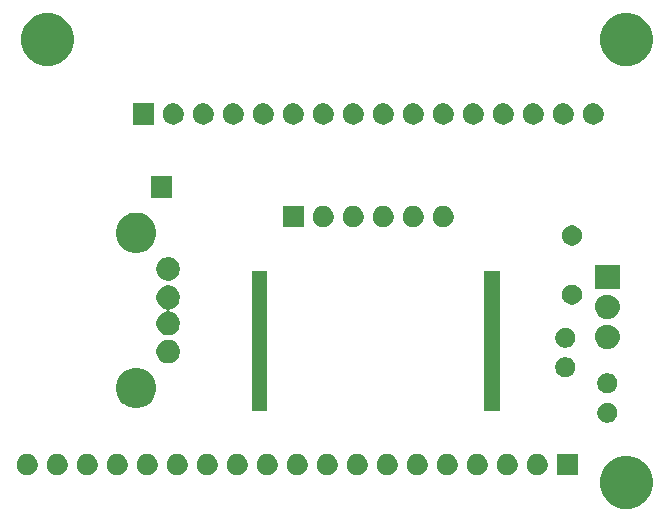
<source format=gbr>
G04 #@! TF.GenerationSoftware,KiCad,Pcbnew,(5.1.5)-3*
G04 #@! TF.CreationDate,2020-02-07T13:22:38-05:00*
G04 #@! TF.ProjectId,Flash Memory BoB,466c6173-6820-44d6-956d-6f727920426f,rev?*
G04 #@! TF.SameCoordinates,Original*
G04 #@! TF.FileFunction,Soldermask,Top*
G04 #@! TF.FilePolarity,Negative*
%FSLAX46Y46*%
G04 Gerber Fmt 4.6, Leading zero omitted, Abs format (unit mm)*
G04 Created by KiCad (PCBNEW (5.1.5)-3) date 2020-02-07 13:22:38*
%MOMM*%
%LPD*%
G04 APERTURE LIST*
%ADD10C,0.100000*%
G04 APERTURE END LIST*
D10*
G36*
X132275880Y-73759776D02*
G01*
X132656593Y-73835504D01*
X133066249Y-74005189D01*
X133434929Y-74251534D01*
X133748466Y-74565071D01*
X133994811Y-74933751D01*
X134164496Y-75343407D01*
X134251000Y-75778296D01*
X134251000Y-76221704D01*
X134164496Y-76656593D01*
X133994811Y-77066249D01*
X133748466Y-77434929D01*
X133434929Y-77748466D01*
X133066249Y-77994811D01*
X132656593Y-78164496D01*
X132275880Y-78240224D01*
X132221705Y-78251000D01*
X131778295Y-78251000D01*
X131724120Y-78240224D01*
X131343407Y-78164496D01*
X130933751Y-77994811D01*
X130565071Y-77748466D01*
X130251534Y-77434929D01*
X130005189Y-77066249D01*
X129835504Y-76656593D01*
X129749000Y-76221704D01*
X129749000Y-75778296D01*
X129835504Y-75343407D01*
X130005189Y-74933751D01*
X130251534Y-74565071D01*
X130565071Y-74251534D01*
X130933751Y-74005189D01*
X131343407Y-73835504D01*
X131724120Y-73759776D01*
X131778295Y-73749000D01*
X132221705Y-73749000D01*
X132275880Y-73759776D01*
G37*
G36*
X91553512Y-73603927D02*
G01*
X91702812Y-73633624D01*
X91866784Y-73701544D01*
X92014354Y-73800147D01*
X92139853Y-73925646D01*
X92238456Y-74073216D01*
X92306376Y-74237188D01*
X92341000Y-74411259D01*
X92341000Y-74588741D01*
X92306376Y-74762812D01*
X92238456Y-74926784D01*
X92139853Y-75074354D01*
X92014354Y-75199853D01*
X91866784Y-75298456D01*
X91702812Y-75366376D01*
X91553512Y-75396073D01*
X91528742Y-75401000D01*
X91351258Y-75401000D01*
X91326488Y-75396073D01*
X91177188Y-75366376D01*
X91013216Y-75298456D01*
X90865646Y-75199853D01*
X90740147Y-75074354D01*
X90641544Y-74926784D01*
X90573624Y-74762812D01*
X90539000Y-74588741D01*
X90539000Y-74411259D01*
X90573624Y-74237188D01*
X90641544Y-74073216D01*
X90740147Y-73925646D01*
X90865646Y-73800147D01*
X91013216Y-73701544D01*
X91177188Y-73633624D01*
X91326488Y-73603927D01*
X91351258Y-73599000D01*
X91528742Y-73599000D01*
X91553512Y-73603927D01*
G37*
G36*
X81393512Y-73603927D02*
G01*
X81542812Y-73633624D01*
X81706784Y-73701544D01*
X81854354Y-73800147D01*
X81979853Y-73925646D01*
X82078456Y-74073216D01*
X82146376Y-74237188D01*
X82181000Y-74411259D01*
X82181000Y-74588741D01*
X82146376Y-74762812D01*
X82078456Y-74926784D01*
X81979853Y-75074354D01*
X81854354Y-75199853D01*
X81706784Y-75298456D01*
X81542812Y-75366376D01*
X81393512Y-75396073D01*
X81368742Y-75401000D01*
X81191258Y-75401000D01*
X81166488Y-75396073D01*
X81017188Y-75366376D01*
X80853216Y-75298456D01*
X80705646Y-75199853D01*
X80580147Y-75074354D01*
X80481544Y-74926784D01*
X80413624Y-74762812D01*
X80379000Y-74588741D01*
X80379000Y-74411259D01*
X80413624Y-74237188D01*
X80481544Y-74073216D01*
X80580147Y-73925646D01*
X80705646Y-73800147D01*
X80853216Y-73701544D01*
X81017188Y-73633624D01*
X81166488Y-73603927D01*
X81191258Y-73599000D01*
X81368742Y-73599000D01*
X81393512Y-73603927D01*
G37*
G36*
X83933512Y-73603927D02*
G01*
X84082812Y-73633624D01*
X84246784Y-73701544D01*
X84394354Y-73800147D01*
X84519853Y-73925646D01*
X84618456Y-74073216D01*
X84686376Y-74237188D01*
X84721000Y-74411259D01*
X84721000Y-74588741D01*
X84686376Y-74762812D01*
X84618456Y-74926784D01*
X84519853Y-75074354D01*
X84394354Y-75199853D01*
X84246784Y-75298456D01*
X84082812Y-75366376D01*
X83933512Y-75396073D01*
X83908742Y-75401000D01*
X83731258Y-75401000D01*
X83706488Y-75396073D01*
X83557188Y-75366376D01*
X83393216Y-75298456D01*
X83245646Y-75199853D01*
X83120147Y-75074354D01*
X83021544Y-74926784D01*
X82953624Y-74762812D01*
X82919000Y-74588741D01*
X82919000Y-74411259D01*
X82953624Y-74237188D01*
X83021544Y-74073216D01*
X83120147Y-73925646D01*
X83245646Y-73800147D01*
X83393216Y-73701544D01*
X83557188Y-73633624D01*
X83706488Y-73603927D01*
X83731258Y-73599000D01*
X83908742Y-73599000D01*
X83933512Y-73603927D01*
G37*
G36*
X86473512Y-73603927D02*
G01*
X86622812Y-73633624D01*
X86786784Y-73701544D01*
X86934354Y-73800147D01*
X87059853Y-73925646D01*
X87158456Y-74073216D01*
X87226376Y-74237188D01*
X87261000Y-74411259D01*
X87261000Y-74588741D01*
X87226376Y-74762812D01*
X87158456Y-74926784D01*
X87059853Y-75074354D01*
X86934354Y-75199853D01*
X86786784Y-75298456D01*
X86622812Y-75366376D01*
X86473512Y-75396073D01*
X86448742Y-75401000D01*
X86271258Y-75401000D01*
X86246488Y-75396073D01*
X86097188Y-75366376D01*
X85933216Y-75298456D01*
X85785646Y-75199853D01*
X85660147Y-75074354D01*
X85561544Y-74926784D01*
X85493624Y-74762812D01*
X85459000Y-74588741D01*
X85459000Y-74411259D01*
X85493624Y-74237188D01*
X85561544Y-74073216D01*
X85660147Y-73925646D01*
X85785646Y-73800147D01*
X85933216Y-73701544D01*
X86097188Y-73633624D01*
X86246488Y-73603927D01*
X86271258Y-73599000D01*
X86448742Y-73599000D01*
X86473512Y-73603927D01*
G37*
G36*
X89013512Y-73603927D02*
G01*
X89162812Y-73633624D01*
X89326784Y-73701544D01*
X89474354Y-73800147D01*
X89599853Y-73925646D01*
X89698456Y-74073216D01*
X89766376Y-74237188D01*
X89801000Y-74411259D01*
X89801000Y-74588741D01*
X89766376Y-74762812D01*
X89698456Y-74926784D01*
X89599853Y-75074354D01*
X89474354Y-75199853D01*
X89326784Y-75298456D01*
X89162812Y-75366376D01*
X89013512Y-75396073D01*
X88988742Y-75401000D01*
X88811258Y-75401000D01*
X88786488Y-75396073D01*
X88637188Y-75366376D01*
X88473216Y-75298456D01*
X88325646Y-75199853D01*
X88200147Y-75074354D01*
X88101544Y-74926784D01*
X88033624Y-74762812D01*
X87999000Y-74588741D01*
X87999000Y-74411259D01*
X88033624Y-74237188D01*
X88101544Y-74073216D01*
X88200147Y-73925646D01*
X88325646Y-73800147D01*
X88473216Y-73701544D01*
X88637188Y-73633624D01*
X88786488Y-73603927D01*
X88811258Y-73599000D01*
X88988742Y-73599000D01*
X89013512Y-73603927D01*
G37*
G36*
X94093512Y-73603927D02*
G01*
X94242812Y-73633624D01*
X94406784Y-73701544D01*
X94554354Y-73800147D01*
X94679853Y-73925646D01*
X94778456Y-74073216D01*
X94846376Y-74237188D01*
X94881000Y-74411259D01*
X94881000Y-74588741D01*
X94846376Y-74762812D01*
X94778456Y-74926784D01*
X94679853Y-75074354D01*
X94554354Y-75199853D01*
X94406784Y-75298456D01*
X94242812Y-75366376D01*
X94093512Y-75396073D01*
X94068742Y-75401000D01*
X93891258Y-75401000D01*
X93866488Y-75396073D01*
X93717188Y-75366376D01*
X93553216Y-75298456D01*
X93405646Y-75199853D01*
X93280147Y-75074354D01*
X93181544Y-74926784D01*
X93113624Y-74762812D01*
X93079000Y-74588741D01*
X93079000Y-74411259D01*
X93113624Y-74237188D01*
X93181544Y-74073216D01*
X93280147Y-73925646D01*
X93405646Y-73800147D01*
X93553216Y-73701544D01*
X93717188Y-73633624D01*
X93866488Y-73603927D01*
X93891258Y-73599000D01*
X94068742Y-73599000D01*
X94093512Y-73603927D01*
G37*
G36*
X96633512Y-73603927D02*
G01*
X96782812Y-73633624D01*
X96946784Y-73701544D01*
X97094354Y-73800147D01*
X97219853Y-73925646D01*
X97318456Y-74073216D01*
X97386376Y-74237188D01*
X97421000Y-74411259D01*
X97421000Y-74588741D01*
X97386376Y-74762812D01*
X97318456Y-74926784D01*
X97219853Y-75074354D01*
X97094354Y-75199853D01*
X96946784Y-75298456D01*
X96782812Y-75366376D01*
X96633512Y-75396073D01*
X96608742Y-75401000D01*
X96431258Y-75401000D01*
X96406488Y-75396073D01*
X96257188Y-75366376D01*
X96093216Y-75298456D01*
X95945646Y-75199853D01*
X95820147Y-75074354D01*
X95721544Y-74926784D01*
X95653624Y-74762812D01*
X95619000Y-74588741D01*
X95619000Y-74411259D01*
X95653624Y-74237188D01*
X95721544Y-74073216D01*
X95820147Y-73925646D01*
X95945646Y-73800147D01*
X96093216Y-73701544D01*
X96257188Y-73633624D01*
X96406488Y-73603927D01*
X96431258Y-73599000D01*
X96608742Y-73599000D01*
X96633512Y-73603927D01*
G37*
G36*
X99173512Y-73603927D02*
G01*
X99322812Y-73633624D01*
X99486784Y-73701544D01*
X99634354Y-73800147D01*
X99759853Y-73925646D01*
X99858456Y-74073216D01*
X99926376Y-74237188D01*
X99961000Y-74411259D01*
X99961000Y-74588741D01*
X99926376Y-74762812D01*
X99858456Y-74926784D01*
X99759853Y-75074354D01*
X99634354Y-75199853D01*
X99486784Y-75298456D01*
X99322812Y-75366376D01*
X99173512Y-75396073D01*
X99148742Y-75401000D01*
X98971258Y-75401000D01*
X98946488Y-75396073D01*
X98797188Y-75366376D01*
X98633216Y-75298456D01*
X98485646Y-75199853D01*
X98360147Y-75074354D01*
X98261544Y-74926784D01*
X98193624Y-74762812D01*
X98159000Y-74588741D01*
X98159000Y-74411259D01*
X98193624Y-74237188D01*
X98261544Y-74073216D01*
X98360147Y-73925646D01*
X98485646Y-73800147D01*
X98633216Y-73701544D01*
X98797188Y-73633624D01*
X98946488Y-73603927D01*
X98971258Y-73599000D01*
X99148742Y-73599000D01*
X99173512Y-73603927D01*
G37*
G36*
X101713512Y-73603927D02*
G01*
X101862812Y-73633624D01*
X102026784Y-73701544D01*
X102174354Y-73800147D01*
X102299853Y-73925646D01*
X102398456Y-74073216D01*
X102466376Y-74237188D01*
X102501000Y-74411259D01*
X102501000Y-74588741D01*
X102466376Y-74762812D01*
X102398456Y-74926784D01*
X102299853Y-75074354D01*
X102174354Y-75199853D01*
X102026784Y-75298456D01*
X101862812Y-75366376D01*
X101713512Y-75396073D01*
X101688742Y-75401000D01*
X101511258Y-75401000D01*
X101486488Y-75396073D01*
X101337188Y-75366376D01*
X101173216Y-75298456D01*
X101025646Y-75199853D01*
X100900147Y-75074354D01*
X100801544Y-74926784D01*
X100733624Y-74762812D01*
X100699000Y-74588741D01*
X100699000Y-74411259D01*
X100733624Y-74237188D01*
X100801544Y-74073216D01*
X100900147Y-73925646D01*
X101025646Y-73800147D01*
X101173216Y-73701544D01*
X101337188Y-73633624D01*
X101486488Y-73603927D01*
X101511258Y-73599000D01*
X101688742Y-73599000D01*
X101713512Y-73603927D01*
G37*
G36*
X109333512Y-73603927D02*
G01*
X109482812Y-73633624D01*
X109646784Y-73701544D01*
X109794354Y-73800147D01*
X109919853Y-73925646D01*
X110018456Y-74073216D01*
X110086376Y-74237188D01*
X110121000Y-74411259D01*
X110121000Y-74588741D01*
X110086376Y-74762812D01*
X110018456Y-74926784D01*
X109919853Y-75074354D01*
X109794354Y-75199853D01*
X109646784Y-75298456D01*
X109482812Y-75366376D01*
X109333512Y-75396073D01*
X109308742Y-75401000D01*
X109131258Y-75401000D01*
X109106488Y-75396073D01*
X108957188Y-75366376D01*
X108793216Y-75298456D01*
X108645646Y-75199853D01*
X108520147Y-75074354D01*
X108421544Y-74926784D01*
X108353624Y-74762812D01*
X108319000Y-74588741D01*
X108319000Y-74411259D01*
X108353624Y-74237188D01*
X108421544Y-74073216D01*
X108520147Y-73925646D01*
X108645646Y-73800147D01*
X108793216Y-73701544D01*
X108957188Y-73633624D01*
X109106488Y-73603927D01*
X109131258Y-73599000D01*
X109308742Y-73599000D01*
X109333512Y-73603927D01*
G37*
G36*
X104253512Y-73603927D02*
G01*
X104402812Y-73633624D01*
X104566784Y-73701544D01*
X104714354Y-73800147D01*
X104839853Y-73925646D01*
X104938456Y-74073216D01*
X105006376Y-74237188D01*
X105041000Y-74411259D01*
X105041000Y-74588741D01*
X105006376Y-74762812D01*
X104938456Y-74926784D01*
X104839853Y-75074354D01*
X104714354Y-75199853D01*
X104566784Y-75298456D01*
X104402812Y-75366376D01*
X104253512Y-75396073D01*
X104228742Y-75401000D01*
X104051258Y-75401000D01*
X104026488Y-75396073D01*
X103877188Y-75366376D01*
X103713216Y-75298456D01*
X103565646Y-75199853D01*
X103440147Y-75074354D01*
X103341544Y-74926784D01*
X103273624Y-74762812D01*
X103239000Y-74588741D01*
X103239000Y-74411259D01*
X103273624Y-74237188D01*
X103341544Y-74073216D01*
X103440147Y-73925646D01*
X103565646Y-73800147D01*
X103713216Y-73701544D01*
X103877188Y-73633624D01*
X104026488Y-73603927D01*
X104051258Y-73599000D01*
X104228742Y-73599000D01*
X104253512Y-73603927D01*
G37*
G36*
X127901000Y-75401000D02*
G01*
X126099000Y-75401000D01*
X126099000Y-73599000D01*
X127901000Y-73599000D01*
X127901000Y-75401000D01*
G37*
G36*
X124573512Y-73603927D02*
G01*
X124722812Y-73633624D01*
X124886784Y-73701544D01*
X125034354Y-73800147D01*
X125159853Y-73925646D01*
X125258456Y-74073216D01*
X125326376Y-74237188D01*
X125361000Y-74411259D01*
X125361000Y-74588741D01*
X125326376Y-74762812D01*
X125258456Y-74926784D01*
X125159853Y-75074354D01*
X125034354Y-75199853D01*
X124886784Y-75298456D01*
X124722812Y-75366376D01*
X124573512Y-75396073D01*
X124548742Y-75401000D01*
X124371258Y-75401000D01*
X124346488Y-75396073D01*
X124197188Y-75366376D01*
X124033216Y-75298456D01*
X123885646Y-75199853D01*
X123760147Y-75074354D01*
X123661544Y-74926784D01*
X123593624Y-74762812D01*
X123559000Y-74588741D01*
X123559000Y-74411259D01*
X123593624Y-74237188D01*
X123661544Y-74073216D01*
X123760147Y-73925646D01*
X123885646Y-73800147D01*
X124033216Y-73701544D01*
X124197188Y-73633624D01*
X124346488Y-73603927D01*
X124371258Y-73599000D01*
X124548742Y-73599000D01*
X124573512Y-73603927D01*
G37*
G36*
X122033512Y-73603927D02*
G01*
X122182812Y-73633624D01*
X122346784Y-73701544D01*
X122494354Y-73800147D01*
X122619853Y-73925646D01*
X122718456Y-74073216D01*
X122786376Y-74237188D01*
X122821000Y-74411259D01*
X122821000Y-74588741D01*
X122786376Y-74762812D01*
X122718456Y-74926784D01*
X122619853Y-75074354D01*
X122494354Y-75199853D01*
X122346784Y-75298456D01*
X122182812Y-75366376D01*
X122033512Y-75396073D01*
X122008742Y-75401000D01*
X121831258Y-75401000D01*
X121806488Y-75396073D01*
X121657188Y-75366376D01*
X121493216Y-75298456D01*
X121345646Y-75199853D01*
X121220147Y-75074354D01*
X121121544Y-74926784D01*
X121053624Y-74762812D01*
X121019000Y-74588741D01*
X121019000Y-74411259D01*
X121053624Y-74237188D01*
X121121544Y-74073216D01*
X121220147Y-73925646D01*
X121345646Y-73800147D01*
X121493216Y-73701544D01*
X121657188Y-73633624D01*
X121806488Y-73603927D01*
X121831258Y-73599000D01*
X122008742Y-73599000D01*
X122033512Y-73603927D01*
G37*
G36*
X119493512Y-73603927D02*
G01*
X119642812Y-73633624D01*
X119806784Y-73701544D01*
X119954354Y-73800147D01*
X120079853Y-73925646D01*
X120178456Y-74073216D01*
X120246376Y-74237188D01*
X120281000Y-74411259D01*
X120281000Y-74588741D01*
X120246376Y-74762812D01*
X120178456Y-74926784D01*
X120079853Y-75074354D01*
X119954354Y-75199853D01*
X119806784Y-75298456D01*
X119642812Y-75366376D01*
X119493512Y-75396073D01*
X119468742Y-75401000D01*
X119291258Y-75401000D01*
X119266488Y-75396073D01*
X119117188Y-75366376D01*
X118953216Y-75298456D01*
X118805646Y-75199853D01*
X118680147Y-75074354D01*
X118581544Y-74926784D01*
X118513624Y-74762812D01*
X118479000Y-74588741D01*
X118479000Y-74411259D01*
X118513624Y-74237188D01*
X118581544Y-74073216D01*
X118680147Y-73925646D01*
X118805646Y-73800147D01*
X118953216Y-73701544D01*
X119117188Y-73633624D01*
X119266488Y-73603927D01*
X119291258Y-73599000D01*
X119468742Y-73599000D01*
X119493512Y-73603927D01*
G37*
G36*
X116953512Y-73603927D02*
G01*
X117102812Y-73633624D01*
X117266784Y-73701544D01*
X117414354Y-73800147D01*
X117539853Y-73925646D01*
X117638456Y-74073216D01*
X117706376Y-74237188D01*
X117741000Y-74411259D01*
X117741000Y-74588741D01*
X117706376Y-74762812D01*
X117638456Y-74926784D01*
X117539853Y-75074354D01*
X117414354Y-75199853D01*
X117266784Y-75298456D01*
X117102812Y-75366376D01*
X116953512Y-75396073D01*
X116928742Y-75401000D01*
X116751258Y-75401000D01*
X116726488Y-75396073D01*
X116577188Y-75366376D01*
X116413216Y-75298456D01*
X116265646Y-75199853D01*
X116140147Y-75074354D01*
X116041544Y-74926784D01*
X115973624Y-74762812D01*
X115939000Y-74588741D01*
X115939000Y-74411259D01*
X115973624Y-74237188D01*
X116041544Y-74073216D01*
X116140147Y-73925646D01*
X116265646Y-73800147D01*
X116413216Y-73701544D01*
X116577188Y-73633624D01*
X116726488Y-73603927D01*
X116751258Y-73599000D01*
X116928742Y-73599000D01*
X116953512Y-73603927D01*
G37*
G36*
X114413512Y-73603927D02*
G01*
X114562812Y-73633624D01*
X114726784Y-73701544D01*
X114874354Y-73800147D01*
X114999853Y-73925646D01*
X115098456Y-74073216D01*
X115166376Y-74237188D01*
X115201000Y-74411259D01*
X115201000Y-74588741D01*
X115166376Y-74762812D01*
X115098456Y-74926784D01*
X114999853Y-75074354D01*
X114874354Y-75199853D01*
X114726784Y-75298456D01*
X114562812Y-75366376D01*
X114413512Y-75396073D01*
X114388742Y-75401000D01*
X114211258Y-75401000D01*
X114186488Y-75396073D01*
X114037188Y-75366376D01*
X113873216Y-75298456D01*
X113725646Y-75199853D01*
X113600147Y-75074354D01*
X113501544Y-74926784D01*
X113433624Y-74762812D01*
X113399000Y-74588741D01*
X113399000Y-74411259D01*
X113433624Y-74237188D01*
X113501544Y-74073216D01*
X113600147Y-73925646D01*
X113725646Y-73800147D01*
X113873216Y-73701544D01*
X114037188Y-73633624D01*
X114186488Y-73603927D01*
X114211258Y-73599000D01*
X114388742Y-73599000D01*
X114413512Y-73603927D01*
G37*
G36*
X111873512Y-73603927D02*
G01*
X112022812Y-73633624D01*
X112186784Y-73701544D01*
X112334354Y-73800147D01*
X112459853Y-73925646D01*
X112558456Y-74073216D01*
X112626376Y-74237188D01*
X112661000Y-74411259D01*
X112661000Y-74588741D01*
X112626376Y-74762812D01*
X112558456Y-74926784D01*
X112459853Y-75074354D01*
X112334354Y-75199853D01*
X112186784Y-75298456D01*
X112022812Y-75366376D01*
X111873512Y-75396073D01*
X111848742Y-75401000D01*
X111671258Y-75401000D01*
X111646488Y-75396073D01*
X111497188Y-75366376D01*
X111333216Y-75298456D01*
X111185646Y-75199853D01*
X111060147Y-75074354D01*
X110961544Y-74926784D01*
X110893624Y-74762812D01*
X110859000Y-74588741D01*
X110859000Y-74411259D01*
X110893624Y-74237188D01*
X110961544Y-74073216D01*
X111060147Y-73925646D01*
X111185646Y-73800147D01*
X111333216Y-73701544D01*
X111497188Y-73633624D01*
X111646488Y-73603927D01*
X111671258Y-73599000D01*
X111848742Y-73599000D01*
X111873512Y-73603927D01*
G37*
G36*
X106793512Y-73603927D02*
G01*
X106942812Y-73633624D01*
X107106784Y-73701544D01*
X107254354Y-73800147D01*
X107379853Y-73925646D01*
X107478456Y-74073216D01*
X107546376Y-74237188D01*
X107581000Y-74411259D01*
X107581000Y-74588741D01*
X107546376Y-74762812D01*
X107478456Y-74926784D01*
X107379853Y-75074354D01*
X107254354Y-75199853D01*
X107106784Y-75298456D01*
X106942812Y-75366376D01*
X106793512Y-75396073D01*
X106768742Y-75401000D01*
X106591258Y-75401000D01*
X106566488Y-75396073D01*
X106417188Y-75366376D01*
X106253216Y-75298456D01*
X106105646Y-75199853D01*
X105980147Y-75074354D01*
X105881544Y-74926784D01*
X105813624Y-74762812D01*
X105779000Y-74588741D01*
X105779000Y-74411259D01*
X105813624Y-74237188D01*
X105881544Y-74073216D01*
X105980147Y-73925646D01*
X106105646Y-73800147D01*
X106253216Y-73701544D01*
X106417188Y-73633624D01*
X106566488Y-73603927D01*
X106591258Y-73599000D01*
X106768742Y-73599000D01*
X106793512Y-73603927D01*
G37*
G36*
X130648228Y-69281703D02*
G01*
X130803100Y-69345853D01*
X130942481Y-69438985D01*
X131061015Y-69557519D01*
X131154147Y-69696900D01*
X131218297Y-69851772D01*
X131251000Y-70016184D01*
X131251000Y-70183816D01*
X131218297Y-70348228D01*
X131154147Y-70503100D01*
X131061015Y-70642481D01*
X130942481Y-70761015D01*
X130803100Y-70854147D01*
X130648228Y-70918297D01*
X130483816Y-70951000D01*
X130316184Y-70951000D01*
X130151772Y-70918297D01*
X129996900Y-70854147D01*
X129857519Y-70761015D01*
X129738985Y-70642481D01*
X129645853Y-70503100D01*
X129581703Y-70348228D01*
X129549000Y-70183816D01*
X129549000Y-70016184D01*
X129581703Y-69851772D01*
X129645853Y-69696900D01*
X129738985Y-69557519D01*
X129857519Y-69438985D01*
X129996900Y-69345853D01*
X130151772Y-69281703D01*
X130316184Y-69249000D01*
X130483816Y-69249000D01*
X130648228Y-69281703D01*
G37*
G36*
X101605401Y-69920701D02*
G01*
X100302503Y-69920701D01*
X100302503Y-58079301D01*
X101605401Y-58079301D01*
X101605401Y-69920701D01*
G37*
G36*
X121297497Y-69920699D02*
G01*
X119994599Y-69920699D01*
X119994599Y-58079299D01*
X121297497Y-58079299D01*
X121297497Y-69920699D01*
G37*
G36*
X90996162Y-66364368D02*
G01*
X91305724Y-66492593D01*
X91398170Y-66554363D01*
X91584324Y-66678747D01*
X91821253Y-66915676D01*
X91930582Y-67079299D01*
X92007407Y-67194276D01*
X92135632Y-67503838D01*
X92201000Y-67832465D01*
X92201000Y-68167535D01*
X92135632Y-68496162D01*
X92007407Y-68805724D01*
X92007406Y-68805725D01*
X91821253Y-69084324D01*
X91584324Y-69321253D01*
X91547507Y-69345853D01*
X91305724Y-69507407D01*
X90996162Y-69635632D01*
X90667535Y-69701000D01*
X90332465Y-69701000D01*
X90003838Y-69635632D01*
X89694276Y-69507407D01*
X89452493Y-69345853D01*
X89415676Y-69321253D01*
X89178747Y-69084324D01*
X88992594Y-68805725D01*
X88992593Y-68805724D01*
X88864368Y-68496162D01*
X88799000Y-68167535D01*
X88799000Y-67832465D01*
X88864368Y-67503838D01*
X88992593Y-67194276D01*
X89069418Y-67079299D01*
X89178747Y-66915676D01*
X89415676Y-66678747D01*
X89601830Y-66554363D01*
X89694276Y-66492593D01*
X90003838Y-66364368D01*
X90332465Y-66299000D01*
X90667535Y-66299000D01*
X90996162Y-66364368D01*
G37*
G36*
X130648228Y-66781703D02*
G01*
X130803100Y-66845853D01*
X130942481Y-66938985D01*
X131061015Y-67057519D01*
X131154147Y-67196900D01*
X131218297Y-67351772D01*
X131251000Y-67516184D01*
X131251000Y-67683816D01*
X131218297Y-67848228D01*
X131154147Y-68003100D01*
X131061015Y-68142481D01*
X130942481Y-68261015D01*
X130803100Y-68354147D01*
X130648228Y-68418297D01*
X130483816Y-68451000D01*
X130316184Y-68451000D01*
X130151772Y-68418297D01*
X129996900Y-68354147D01*
X129857519Y-68261015D01*
X129738985Y-68142481D01*
X129645853Y-68003100D01*
X129581703Y-67848228D01*
X129549000Y-67683816D01*
X129549000Y-67516184D01*
X129581703Y-67351772D01*
X129645853Y-67196900D01*
X129738985Y-67057519D01*
X129857519Y-66938985D01*
X129996900Y-66845853D01*
X130151772Y-66781703D01*
X130316184Y-66749000D01*
X130483816Y-66749000D01*
X130648228Y-66781703D01*
G37*
G36*
X127098228Y-65431703D02*
G01*
X127253100Y-65495853D01*
X127392481Y-65588985D01*
X127511015Y-65707519D01*
X127604147Y-65846900D01*
X127668297Y-66001772D01*
X127701000Y-66166184D01*
X127701000Y-66333816D01*
X127668297Y-66498228D01*
X127604147Y-66653100D01*
X127511015Y-66792481D01*
X127392481Y-66911015D01*
X127253100Y-67004147D01*
X127098228Y-67068297D01*
X126933816Y-67101000D01*
X126766184Y-67101000D01*
X126601772Y-67068297D01*
X126446900Y-67004147D01*
X126307519Y-66911015D01*
X126188985Y-66792481D01*
X126095853Y-66653100D01*
X126031703Y-66498228D01*
X125999000Y-66333816D01*
X125999000Y-66166184D01*
X126031703Y-66001772D01*
X126095853Y-65846900D01*
X126188985Y-65707519D01*
X126307519Y-65588985D01*
X126446900Y-65495853D01*
X126601772Y-65431703D01*
X126766184Y-65399000D01*
X126933816Y-65399000D01*
X127098228Y-65431703D01*
G37*
G36*
X93501981Y-63967468D02*
G01*
X93684151Y-64042926D01*
X93848100Y-64152473D01*
X93987527Y-64291900D01*
X94097074Y-64455849D01*
X94172532Y-64638019D01*
X94211000Y-64831410D01*
X94211000Y-65028590D01*
X94172532Y-65221981D01*
X94097074Y-65404151D01*
X93987527Y-65568100D01*
X93848100Y-65707527D01*
X93684151Y-65817074D01*
X93501981Y-65892532D01*
X93405285Y-65911766D01*
X93308591Y-65931000D01*
X93111409Y-65931000D01*
X93014715Y-65911766D01*
X92918019Y-65892532D01*
X92735849Y-65817074D01*
X92571900Y-65707527D01*
X92432473Y-65568100D01*
X92322926Y-65404151D01*
X92247468Y-65221981D01*
X92209000Y-65028590D01*
X92209000Y-64831410D01*
X92247468Y-64638019D01*
X92322926Y-64455849D01*
X92432473Y-64291900D01*
X92571900Y-64152473D01*
X92735849Y-64042926D01*
X92918019Y-63967468D01*
X93111409Y-63929000D01*
X93308591Y-63929000D01*
X93501981Y-63967468D01*
G37*
G36*
X130545936Y-62681340D02*
G01*
X130644220Y-62691020D01*
X130833381Y-62748401D01*
X131007712Y-62841583D01*
X131160515Y-62966985D01*
X131285917Y-63119788D01*
X131379099Y-63294119D01*
X131436480Y-63483280D01*
X131455855Y-63680000D01*
X131436480Y-63876720D01*
X131379099Y-64065881D01*
X131285917Y-64240212D01*
X131160515Y-64393015D01*
X131007712Y-64518417D01*
X130833381Y-64611599D01*
X130644220Y-64668980D01*
X130545936Y-64678660D01*
X130496795Y-64683500D01*
X130303205Y-64683500D01*
X130254064Y-64678660D01*
X130155780Y-64668980D01*
X129966619Y-64611599D01*
X129792288Y-64518417D01*
X129639485Y-64393015D01*
X129514083Y-64240212D01*
X129420901Y-64065881D01*
X129363520Y-63876720D01*
X129344145Y-63680000D01*
X129363520Y-63483280D01*
X129420901Y-63294119D01*
X129514083Y-63119788D01*
X129639485Y-62966985D01*
X129792288Y-62841583D01*
X129966619Y-62748401D01*
X130155780Y-62691020D01*
X130254064Y-62681340D01*
X130303205Y-62676500D01*
X130496795Y-62676500D01*
X130545936Y-62681340D01*
G37*
G36*
X127098228Y-62931703D02*
G01*
X127253100Y-62995853D01*
X127392481Y-63088985D01*
X127511015Y-63207519D01*
X127604147Y-63346900D01*
X127668297Y-63501772D01*
X127701000Y-63666184D01*
X127701000Y-63833816D01*
X127668297Y-63998228D01*
X127604147Y-64153100D01*
X127511015Y-64292481D01*
X127392481Y-64411015D01*
X127253100Y-64504147D01*
X127098228Y-64568297D01*
X126933816Y-64601000D01*
X126766184Y-64601000D01*
X126601772Y-64568297D01*
X126446900Y-64504147D01*
X126307519Y-64411015D01*
X126188985Y-64292481D01*
X126095853Y-64153100D01*
X126031703Y-63998228D01*
X125999000Y-63833816D01*
X125999000Y-63666184D01*
X126031703Y-63501772D01*
X126095853Y-63346900D01*
X126188985Y-63207519D01*
X126307519Y-63088985D01*
X126446900Y-62995853D01*
X126601772Y-62931703D01*
X126766184Y-62899000D01*
X126933816Y-62899000D01*
X127098228Y-62931703D01*
G37*
G36*
X93501981Y-59367468D02*
G01*
X93684151Y-59442926D01*
X93848100Y-59552473D01*
X93987527Y-59691900D01*
X94097074Y-59855849D01*
X94163488Y-60016184D01*
X94172532Y-60038020D01*
X94206424Y-60208402D01*
X94211000Y-60231410D01*
X94211000Y-60428590D01*
X94172532Y-60621981D01*
X94097074Y-60804151D01*
X93987527Y-60968100D01*
X93848100Y-61107527D01*
X93684151Y-61217074D01*
X93501981Y-61292532D01*
X93444325Y-61304000D01*
X93427220Y-61307403D01*
X93403771Y-61314516D01*
X93382160Y-61326067D01*
X93363218Y-61341613D01*
X93347673Y-61360555D01*
X93336122Y-61382165D01*
X93329009Y-61405614D01*
X93326607Y-61430000D01*
X93329009Y-61454386D01*
X93336122Y-61477835D01*
X93347673Y-61499446D01*
X93363219Y-61518388D01*
X93382161Y-61533933D01*
X93403771Y-61545484D01*
X93427221Y-61552597D01*
X93501981Y-61567468D01*
X93684151Y-61642926D01*
X93848100Y-61752473D01*
X93987527Y-61891900D01*
X94097074Y-62055849D01*
X94172532Y-62238019D01*
X94211000Y-62431410D01*
X94211000Y-62628590D01*
X94172532Y-62821981D01*
X94097074Y-63004151D01*
X93987527Y-63168100D01*
X93848100Y-63307527D01*
X93684151Y-63417074D01*
X93501981Y-63492532D01*
X93405285Y-63511766D01*
X93308591Y-63531000D01*
X93111409Y-63531000D01*
X93014715Y-63511766D01*
X92918019Y-63492532D01*
X92735849Y-63417074D01*
X92571900Y-63307527D01*
X92432473Y-63168100D01*
X92322926Y-63004151D01*
X92247468Y-62821981D01*
X92209000Y-62628590D01*
X92209000Y-62431410D01*
X92247468Y-62238019D01*
X92322926Y-62055849D01*
X92432473Y-61891900D01*
X92571900Y-61752473D01*
X92735849Y-61642926D01*
X92918019Y-61567468D01*
X92992779Y-61552597D01*
X93016229Y-61545484D01*
X93037840Y-61533933D01*
X93056782Y-61518387D01*
X93072327Y-61499445D01*
X93083878Y-61477835D01*
X93090991Y-61454386D01*
X93093393Y-61430000D01*
X93090991Y-61405614D01*
X93083878Y-61382165D01*
X93072327Y-61360554D01*
X93056781Y-61341612D01*
X93037839Y-61326067D01*
X93016229Y-61314516D01*
X92992780Y-61307403D01*
X92975675Y-61304000D01*
X92918019Y-61292532D01*
X92735849Y-61217074D01*
X92571900Y-61107527D01*
X92432473Y-60968100D01*
X92322926Y-60804151D01*
X92247468Y-60621981D01*
X92209000Y-60428590D01*
X92209000Y-60231410D01*
X92213577Y-60208402D01*
X92247468Y-60038020D01*
X92256513Y-60016184D01*
X92322926Y-59855849D01*
X92432473Y-59691900D01*
X92571900Y-59552473D01*
X92735849Y-59442926D01*
X92918019Y-59367468D01*
X93111409Y-59329000D01*
X93308591Y-59329000D01*
X93501981Y-59367468D01*
G37*
G36*
X130545936Y-60141340D02*
G01*
X130644220Y-60151020D01*
X130833381Y-60208401D01*
X131007712Y-60301583D01*
X131160515Y-60426985D01*
X131285917Y-60579788D01*
X131379099Y-60754119D01*
X131436480Y-60943280D01*
X131455855Y-61140000D01*
X131436480Y-61336720D01*
X131379099Y-61525881D01*
X131285917Y-61700212D01*
X131160515Y-61853015D01*
X131007712Y-61978417D01*
X130833381Y-62071599D01*
X130644220Y-62128980D01*
X130545936Y-62138660D01*
X130496795Y-62143500D01*
X130303205Y-62143500D01*
X130254064Y-62138660D01*
X130155780Y-62128980D01*
X129966619Y-62071599D01*
X129792288Y-61978417D01*
X129639485Y-61853015D01*
X129514083Y-61700212D01*
X129420901Y-61525881D01*
X129363520Y-61336720D01*
X129344145Y-61140000D01*
X129363520Y-60943280D01*
X129420901Y-60754119D01*
X129514083Y-60579788D01*
X129639485Y-60426985D01*
X129792288Y-60301583D01*
X129966619Y-60208401D01*
X130155780Y-60151020D01*
X130254064Y-60141340D01*
X130303205Y-60136500D01*
X130496795Y-60136500D01*
X130545936Y-60141340D01*
G37*
G36*
X127648228Y-59281703D02*
G01*
X127803100Y-59345853D01*
X127942481Y-59438985D01*
X128061015Y-59557519D01*
X128154147Y-59696900D01*
X128218297Y-59851772D01*
X128251000Y-60016184D01*
X128251000Y-60183816D01*
X128218297Y-60348228D01*
X128154147Y-60503100D01*
X128061015Y-60642481D01*
X127942481Y-60761015D01*
X127803100Y-60854147D01*
X127648228Y-60918297D01*
X127483816Y-60951000D01*
X127316184Y-60951000D01*
X127151772Y-60918297D01*
X126996900Y-60854147D01*
X126857519Y-60761015D01*
X126738985Y-60642481D01*
X126645853Y-60503100D01*
X126581703Y-60348228D01*
X126549000Y-60183816D01*
X126549000Y-60016184D01*
X126581703Y-59851772D01*
X126645853Y-59696900D01*
X126738985Y-59557519D01*
X126857519Y-59438985D01*
X126996900Y-59345853D01*
X127151772Y-59281703D01*
X127316184Y-59249000D01*
X127483816Y-59249000D01*
X127648228Y-59281703D01*
G37*
G36*
X131451000Y-59603500D02*
G01*
X129349000Y-59603500D01*
X129349000Y-57596500D01*
X131451000Y-57596500D01*
X131451000Y-59603500D01*
G37*
G36*
X93405285Y-56948234D02*
G01*
X93501981Y-56967468D01*
X93684151Y-57042926D01*
X93848100Y-57152473D01*
X93987527Y-57291900D01*
X94097074Y-57455849D01*
X94172532Y-57638019D01*
X94211000Y-57831410D01*
X94211000Y-58028590D01*
X94172532Y-58221981D01*
X94097074Y-58404151D01*
X93987527Y-58568100D01*
X93848100Y-58707527D01*
X93684151Y-58817074D01*
X93501981Y-58892532D01*
X93308591Y-58931000D01*
X93111409Y-58931000D01*
X92918019Y-58892532D01*
X92735849Y-58817074D01*
X92571900Y-58707527D01*
X92432473Y-58568100D01*
X92322926Y-58404151D01*
X92247468Y-58221981D01*
X92209000Y-58028590D01*
X92209000Y-57831410D01*
X92247468Y-57638019D01*
X92322926Y-57455849D01*
X92432473Y-57291900D01*
X92571900Y-57152473D01*
X92735849Y-57042926D01*
X92918019Y-56967468D01*
X93014715Y-56948234D01*
X93111409Y-56929000D01*
X93308591Y-56929000D01*
X93405285Y-56948234D01*
G37*
G36*
X90996162Y-53224368D02*
G01*
X91305724Y-53352593D01*
X91305725Y-53352594D01*
X91584324Y-53538747D01*
X91821253Y-53775676D01*
X91922218Y-53926782D01*
X92007407Y-54054276D01*
X92135632Y-54363838D01*
X92201000Y-54692465D01*
X92201000Y-55027535D01*
X92135632Y-55356162D01*
X92007407Y-55665724D01*
X92007406Y-55665725D01*
X91821253Y-55944324D01*
X91584324Y-56181253D01*
X91398170Y-56305637D01*
X91305724Y-56367407D01*
X90996162Y-56495632D01*
X90667535Y-56561000D01*
X90332465Y-56561000D01*
X90003838Y-56495632D01*
X89694276Y-56367407D01*
X89601830Y-56305637D01*
X89415676Y-56181253D01*
X89178747Y-55944324D01*
X88992594Y-55665725D01*
X88992593Y-55665724D01*
X88864368Y-55356162D01*
X88799000Y-55027535D01*
X88799000Y-54692465D01*
X88864368Y-54363838D01*
X88992593Y-54054276D01*
X89077782Y-53926782D01*
X89178747Y-53775676D01*
X89415676Y-53538747D01*
X89694275Y-53352594D01*
X89694276Y-53352593D01*
X90003838Y-53224368D01*
X90332465Y-53159000D01*
X90667535Y-53159000D01*
X90996162Y-53224368D01*
G37*
G36*
X127648228Y-54281703D02*
G01*
X127803100Y-54345853D01*
X127942481Y-54438985D01*
X128061015Y-54557519D01*
X128154147Y-54696900D01*
X128218297Y-54851772D01*
X128251000Y-55016184D01*
X128251000Y-55183816D01*
X128218297Y-55348228D01*
X128154147Y-55503100D01*
X128061015Y-55642481D01*
X127942481Y-55761015D01*
X127803100Y-55854147D01*
X127648228Y-55918297D01*
X127483816Y-55951000D01*
X127316184Y-55951000D01*
X127151772Y-55918297D01*
X126996900Y-55854147D01*
X126857519Y-55761015D01*
X126738985Y-55642481D01*
X126645853Y-55503100D01*
X126581703Y-55348228D01*
X126549000Y-55183816D01*
X126549000Y-55016184D01*
X126581703Y-54851772D01*
X126645853Y-54696900D01*
X126738985Y-54557519D01*
X126857519Y-54438985D01*
X126996900Y-54345853D01*
X127151772Y-54281703D01*
X127316184Y-54249000D01*
X127483816Y-54249000D01*
X127648228Y-54281703D01*
G37*
G36*
X114073512Y-52603927D02*
G01*
X114222812Y-52633624D01*
X114386784Y-52701544D01*
X114534354Y-52800147D01*
X114659853Y-52925646D01*
X114758456Y-53073216D01*
X114826376Y-53237188D01*
X114861000Y-53411259D01*
X114861000Y-53588741D01*
X114826376Y-53762812D01*
X114758456Y-53926784D01*
X114659853Y-54074354D01*
X114534354Y-54199853D01*
X114386784Y-54298456D01*
X114222812Y-54366376D01*
X114073512Y-54396073D01*
X114048742Y-54401000D01*
X113871258Y-54401000D01*
X113846488Y-54396073D01*
X113697188Y-54366376D01*
X113533216Y-54298456D01*
X113385646Y-54199853D01*
X113260147Y-54074354D01*
X113161544Y-53926784D01*
X113093624Y-53762812D01*
X113059000Y-53588741D01*
X113059000Y-53411259D01*
X113093624Y-53237188D01*
X113161544Y-53073216D01*
X113260147Y-52925646D01*
X113385646Y-52800147D01*
X113533216Y-52701544D01*
X113697188Y-52633624D01*
X113846488Y-52603927D01*
X113871258Y-52599000D01*
X114048742Y-52599000D01*
X114073512Y-52603927D01*
G37*
G36*
X111533512Y-52603927D02*
G01*
X111682812Y-52633624D01*
X111846784Y-52701544D01*
X111994354Y-52800147D01*
X112119853Y-52925646D01*
X112218456Y-53073216D01*
X112286376Y-53237188D01*
X112321000Y-53411259D01*
X112321000Y-53588741D01*
X112286376Y-53762812D01*
X112218456Y-53926784D01*
X112119853Y-54074354D01*
X111994354Y-54199853D01*
X111846784Y-54298456D01*
X111682812Y-54366376D01*
X111533512Y-54396073D01*
X111508742Y-54401000D01*
X111331258Y-54401000D01*
X111306488Y-54396073D01*
X111157188Y-54366376D01*
X110993216Y-54298456D01*
X110845646Y-54199853D01*
X110720147Y-54074354D01*
X110621544Y-53926784D01*
X110553624Y-53762812D01*
X110519000Y-53588741D01*
X110519000Y-53411259D01*
X110553624Y-53237188D01*
X110621544Y-53073216D01*
X110720147Y-52925646D01*
X110845646Y-52800147D01*
X110993216Y-52701544D01*
X111157188Y-52633624D01*
X111306488Y-52603927D01*
X111331258Y-52599000D01*
X111508742Y-52599000D01*
X111533512Y-52603927D01*
G37*
G36*
X108993512Y-52603927D02*
G01*
X109142812Y-52633624D01*
X109306784Y-52701544D01*
X109454354Y-52800147D01*
X109579853Y-52925646D01*
X109678456Y-53073216D01*
X109746376Y-53237188D01*
X109781000Y-53411259D01*
X109781000Y-53588741D01*
X109746376Y-53762812D01*
X109678456Y-53926784D01*
X109579853Y-54074354D01*
X109454354Y-54199853D01*
X109306784Y-54298456D01*
X109142812Y-54366376D01*
X108993512Y-54396073D01*
X108968742Y-54401000D01*
X108791258Y-54401000D01*
X108766488Y-54396073D01*
X108617188Y-54366376D01*
X108453216Y-54298456D01*
X108305646Y-54199853D01*
X108180147Y-54074354D01*
X108081544Y-53926784D01*
X108013624Y-53762812D01*
X107979000Y-53588741D01*
X107979000Y-53411259D01*
X108013624Y-53237188D01*
X108081544Y-53073216D01*
X108180147Y-52925646D01*
X108305646Y-52800147D01*
X108453216Y-52701544D01*
X108617188Y-52633624D01*
X108766488Y-52603927D01*
X108791258Y-52599000D01*
X108968742Y-52599000D01*
X108993512Y-52603927D01*
G37*
G36*
X106453512Y-52603927D02*
G01*
X106602812Y-52633624D01*
X106766784Y-52701544D01*
X106914354Y-52800147D01*
X107039853Y-52925646D01*
X107138456Y-53073216D01*
X107206376Y-53237188D01*
X107241000Y-53411259D01*
X107241000Y-53588741D01*
X107206376Y-53762812D01*
X107138456Y-53926784D01*
X107039853Y-54074354D01*
X106914354Y-54199853D01*
X106766784Y-54298456D01*
X106602812Y-54366376D01*
X106453512Y-54396073D01*
X106428742Y-54401000D01*
X106251258Y-54401000D01*
X106226488Y-54396073D01*
X106077188Y-54366376D01*
X105913216Y-54298456D01*
X105765646Y-54199853D01*
X105640147Y-54074354D01*
X105541544Y-53926784D01*
X105473624Y-53762812D01*
X105439000Y-53588741D01*
X105439000Y-53411259D01*
X105473624Y-53237188D01*
X105541544Y-53073216D01*
X105640147Y-52925646D01*
X105765646Y-52800147D01*
X105913216Y-52701544D01*
X106077188Y-52633624D01*
X106226488Y-52603927D01*
X106251258Y-52599000D01*
X106428742Y-52599000D01*
X106453512Y-52603927D01*
G37*
G36*
X104701000Y-54401000D02*
G01*
X102899000Y-54401000D01*
X102899000Y-52599000D01*
X104701000Y-52599000D01*
X104701000Y-54401000D01*
G37*
G36*
X116613512Y-52603927D02*
G01*
X116762812Y-52633624D01*
X116926784Y-52701544D01*
X117074354Y-52800147D01*
X117199853Y-52925646D01*
X117298456Y-53073216D01*
X117366376Y-53237188D01*
X117401000Y-53411259D01*
X117401000Y-53588741D01*
X117366376Y-53762812D01*
X117298456Y-53926784D01*
X117199853Y-54074354D01*
X117074354Y-54199853D01*
X116926784Y-54298456D01*
X116762812Y-54366376D01*
X116613512Y-54396073D01*
X116588742Y-54401000D01*
X116411258Y-54401000D01*
X116386488Y-54396073D01*
X116237188Y-54366376D01*
X116073216Y-54298456D01*
X115925646Y-54199853D01*
X115800147Y-54074354D01*
X115701544Y-53926784D01*
X115633624Y-53762812D01*
X115599000Y-53588741D01*
X115599000Y-53411259D01*
X115633624Y-53237188D01*
X115701544Y-53073216D01*
X115800147Y-52925646D01*
X115925646Y-52800147D01*
X116073216Y-52701544D01*
X116237188Y-52633624D01*
X116386488Y-52603927D01*
X116411258Y-52599000D01*
X116588742Y-52599000D01*
X116613512Y-52603927D01*
G37*
G36*
X93576000Y-51901000D02*
G01*
X91774000Y-51901000D01*
X91774000Y-50099000D01*
X93576000Y-50099000D01*
X93576000Y-51901000D01*
G37*
G36*
X129313512Y-43903927D02*
G01*
X129462812Y-43933624D01*
X129626784Y-44001544D01*
X129774354Y-44100147D01*
X129899853Y-44225646D01*
X129998456Y-44373216D01*
X130066376Y-44537188D01*
X130101000Y-44711259D01*
X130101000Y-44888741D01*
X130066376Y-45062812D01*
X129998456Y-45226784D01*
X129899853Y-45374354D01*
X129774354Y-45499853D01*
X129626784Y-45598456D01*
X129462812Y-45666376D01*
X129313512Y-45696073D01*
X129288742Y-45701000D01*
X129111258Y-45701000D01*
X129086488Y-45696073D01*
X128937188Y-45666376D01*
X128773216Y-45598456D01*
X128625646Y-45499853D01*
X128500147Y-45374354D01*
X128401544Y-45226784D01*
X128333624Y-45062812D01*
X128299000Y-44888741D01*
X128299000Y-44711259D01*
X128333624Y-44537188D01*
X128401544Y-44373216D01*
X128500147Y-44225646D01*
X128625646Y-44100147D01*
X128773216Y-44001544D01*
X128937188Y-43933624D01*
X129086488Y-43903927D01*
X129111258Y-43899000D01*
X129288742Y-43899000D01*
X129313512Y-43903927D01*
G37*
G36*
X108993512Y-43903927D02*
G01*
X109142812Y-43933624D01*
X109306784Y-44001544D01*
X109454354Y-44100147D01*
X109579853Y-44225646D01*
X109678456Y-44373216D01*
X109746376Y-44537188D01*
X109781000Y-44711259D01*
X109781000Y-44888741D01*
X109746376Y-45062812D01*
X109678456Y-45226784D01*
X109579853Y-45374354D01*
X109454354Y-45499853D01*
X109306784Y-45598456D01*
X109142812Y-45666376D01*
X108993512Y-45696073D01*
X108968742Y-45701000D01*
X108791258Y-45701000D01*
X108766488Y-45696073D01*
X108617188Y-45666376D01*
X108453216Y-45598456D01*
X108305646Y-45499853D01*
X108180147Y-45374354D01*
X108081544Y-45226784D01*
X108013624Y-45062812D01*
X107979000Y-44888741D01*
X107979000Y-44711259D01*
X108013624Y-44537188D01*
X108081544Y-44373216D01*
X108180147Y-44225646D01*
X108305646Y-44100147D01*
X108453216Y-44001544D01*
X108617188Y-43933624D01*
X108766488Y-43903927D01*
X108791258Y-43899000D01*
X108968742Y-43899000D01*
X108993512Y-43903927D01*
G37*
G36*
X106453512Y-43903927D02*
G01*
X106602812Y-43933624D01*
X106766784Y-44001544D01*
X106914354Y-44100147D01*
X107039853Y-44225646D01*
X107138456Y-44373216D01*
X107206376Y-44537188D01*
X107241000Y-44711259D01*
X107241000Y-44888741D01*
X107206376Y-45062812D01*
X107138456Y-45226784D01*
X107039853Y-45374354D01*
X106914354Y-45499853D01*
X106766784Y-45598456D01*
X106602812Y-45666376D01*
X106453512Y-45696073D01*
X106428742Y-45701000D01*
X106251258Y-45701000D01*
X106226488Y-45696073D01*
X106077188Y-45666376D01*
X105913216Y-45598456D01*
X105765646Y-45499853D01*
X105640147Y-45374354D01*
X105541544Y-45226784D01*
X105473624Y-45062812D01*
X105439000Y-44888741D01*
X105439000Y-44711259D01*
X105473624Y-44537188D01*
X105541544Y-44373216D01*
X105640147Y-44225646D01*
X105765646Y-44100147D01*
X105913216Y-44001544D01*
X106077188Y-43933624D01*
X106226488Y-43903927D01*
X106251258Y-43899000D01*
X106428742Y-43899000D01*
X106453512Y-43903927D01*
G37*
G36*
X103913512Y-43903927D02*
G01*
X104062812Y-43933624D01*
X104226784Y-44001544D01*
X104374354Y-44100147D01*
X104499853Y-44225646D01*
X104598456Y-44373216D01*
X104666376Y-44537188D01*
X104701000Y-44711259D01*
X104701000Y-44888741D01*
X104666376Y-45062812D01*
X104598456Y-45226784D01*
X104499853Y-45374354D01*
X104374354Y-45499853D01*
X104226784Y-45598456D01*
X104062812Y-45666376D01*
X103913512Y-45696073D01*
X103888742Y-45701000D01*
X103711258Y-45701000D01*
X103686488Y-45696073D01*
X103537188Y-45666376D01*
X103373216Y-45598456D01*
X103225646Y-45499853D01*
X103100147Y-45374354D01*
X103001544Y-45226784D01*
X102933624Y-45062812D01*
X102899000Y-44888741D01*
X102899000Y-44711259D01*
X102933624Y-44537188D01*
X103001544Y-44373216D01*
X103100147Y-44225646D01*
X103225646Y-44100147D01*
X103373216Y-44001544D01*
X103537188Y-43933624D01*
X103686488Y-43903927D01*
X103711258Y-43899000D01*
X103888742Y-43899000D01*
X103913512Y-43903927D01*
G37*
G36*
X101373512Y-43903927D02*
G01*
X101522812Y-43933624D01*
X101686784Y-44001544D01*
X101834354Y-44100147D01*
X101959853Y-44225646D01*
X102058456Y-44373216D01*
X102126376Y-44537188D01*
X102161000Y-44711259D01*
X102161000Y-44888741D01*
X102126376Y-45062812D01*
X102058456Y-45226784D01*
X101959853Y-45374354D01*
X101834354Y-45499853D01*
X101686784Y-45598456D01*
X101522812Y-45666376D01*
X101373512Y-45696073D01*
X101348742Y-45701000D01*
X101171258Y-45701000D01*
X101146488Y-45696073D01*
X100997188Y-45666376D01*
X100833216Y-45598456D01*
X100685646Y-45499853D01*
X100560147Y-45374354D01*
X100461544Y-45226784D01*
X100393624Y-45062812D01*
X100359000Y-44888741D01*
X100359000Y-44711259D01*
X100393624Y-44537188D01*
X100461544Y-44373216D01*
X100560147Y-44225646D01*
X100685646Y-44100147D01*
X100833216Y-44001544D01*
X100997188Y-43933624D01*
X101146488Y-43903927D01*
X101171258Y-43899000D01*
X101348742Y-43899000D01*
X101373512Y-43903927D01*
G37*
G36*
X98833512Y-43903927D02*
G01*
X98982812Y-43933624D01*
X99146784Y-44001544D01*
X99294354Y-44100147D01*
X99419853Y-44225646D01*
X99518456Y-44373216D01*
X99586376Y-44537188D01*
X99621000Y-44711259D01*
X99621000Y-44888741D01*
X99586376Y-45062812D01*
X99518456Y-45226784D01*
X99419853Y-45374354D01*
X99294354Y-45499853D01*
X99146784Y-45598456D01*
X98982812Y-45666376D01*
X98833512Y-45696073D01*
X98808742Y-45701000D01*
X98631258Y-45701000D01*
X98606488Y-45696073D01*
X98457188Y-45666376D01*
X98293216Y-45598456D01*
X98145646Y-45499853D01*
X98020147Y-45374354D01*
X97921544Y-45226784D01*
X97853624Y-45062812D01*
X97819000Y-44888741D01*
X97819000Y-44711259D01*
X97853624Y-44537188D01*
X97921544Y-44373216D01*
X98020147Y-44225646D01*
X98145646Y-44100147D01*
X98293216Y-44001544D01*
X98457188Y-43933624D01*
X98606488Y-43903927D01*
X98631258Y-43899000D01*
X98808742Y-43899000D01*
X98833512Y-43903927D01*
G37*
G36*
X96293512Y-43903927D02*
G01*
X96442812Y-43933624D01*
X96606784Y-44001544D01*
X96754354Y-44100147D01*
X96879853Y-44225646D01*
X96978456Y-44373216D01*
X97046376Y-44537188D01*
X97081000Y-44711259D01*
X97081000Y-44888741D01*
X97046376Y-45062812D01*
X96978456Y-45226784D01*
X96879853Y-45374354D01*
X96754354Y-45499853D01*
X96606784Y-45598456D01*
X96442812Y-45666376D01*
X96293512Y-45696073D01*
X96268742Y-45701000D01*
X96091258Y-45701000D01*
X96066488Y-45696073D01*
X95917188Y-45666376D01*
X95753216Y-45598456D01*
X95605646Y-45499853D01*
X95480147Y-45374354D01*
X95381544Y-45226784D01*
X95313624Y-45062812D01*
X95279000Y-44888741D01*
X95279000Y-44711259D01*
X95313624Y-44537188D01*
X95381544Y-44373216D01*
X95480147Y-44225646D01*
X95605646Y-44100147D01*
X95753216Y-44001544D01*
X95917188Y-43933624D01*
X96066488Y-43903927D01*
X96091258Y-43899000D01*
X96268742Y-43899000D01*
X96293512Y-43903927D01*
G37*
G36*
X93753512Y-43903927D02*
G01*
X93902812Y-43933624D01*
X94066784Y-44001544D01*
X94214354Y-44100147D01*
X94339853Y-44225646D01*
X94438456Y-44373216D01*
X94506376Y-44537188D01*
X94541000Y-44711259D01*
X94541000Y-44888741D01*
X94506376Y-45062812D01*
X94438456Y-45226784D01*
X94339853Y-45374354D01*
X94214354Y-45499853D01*
X94066784Y-45598456D01*
X93902812Y-45666376D01*
X93753512Y-45696073D01*
X93728742Y-45701000D01*
X93551258Y-45701000D01*
X93526488Y-45696073D01*
X93377188Y-45666376D01*
X93213216Y-45598456D01*
X93065646Y-45499853D01*
X92940147Y-45374354D01*
X92841544Y-45226784D01*
X92773624Y-45062812D01*
X92739000Y-44888741D01*
X92739000Y-44711259D01*
X92773624Y-44537188D01*
X92841544Y-44373216D01*
X92940147Y-44225646D01*
X93065646Y-44100147D01*
X93213216Y-44001544D01*
X93377188Y-43933624D01*
X93526488Y-43903927D01*
X93551258Y-43899000D01*
X93728742Y-43899000D01*
X93753512Y-43903927D01*
G37*
G36*
X92001000Y-45701000D02*
G01*
X90199000Y-45701000D01*
X90199000Y-43899000D01*
X92001000Y-43899000D01*
X92001000Y-45701000D01*
G37*
G36*
X119153512Y-43903927D02*
G01*
X119302812Y-43933624D01*
X119466784Y-44001544D01*
X119614354Y-44100147D01*
X119739853Y-44225646D01*
X119838456Y-44373216D01*
X119906376Y-44537188D01*
X119941000Y-44711259D01*
X119941000Y-44888741D01*
X119906376Y-45062812D01*
X119838456Y-45226784D01*
X119739853Y-45374354D01*
X119614354Y-45499853D01*
X119466784Y-45598456D01*
X119302812Y-45666376D01*
X119153512Y-45696073D01*
X119128742Y-45701000D01*
X118951258Y-45701000D01*
X118926488Y-45696073D01*
X118777188Y-45666376D01*
X118613216Y-45598456D01*
X118465646Y-45499853D01*
X118340147Y-45374354D01*
X118241544Y-45226784D01*
X118173624Y-45062812D01*
X118139000Y-44888741D01*
X118139000Y-44711259D01*
X118173624Y-44537188D01*
X118241544Y-44373216D01*
X118340147Y-44225646D01*
X118465646Y-44100147D01*
X118613216Y-44001544D01*
X118777188Y-43933624D01*
X118926488Y-43903927D01*
X118951258Y-43899000D01*
X119128742Y-43899000D01*
X119153512Y-43903927D01*
G37*
G36*
X121693512Y-43903927D02*
G01*
X121842812Y-43933624D01*
X122006784Y-44001544D01*
X122154354Y-44100147D01*
X122279853Y-44225646D01*
X122378456Y-44373216D01*
X122446376Y-44537188D01*
X122481000Y-44711259D01*
X122481000Y-44888741D01*
X122446376Y-45062812D01*
X122378456Y-45226784D01*
X122279853Y-45374354D01*
X122154354Y-45499853D01*
X122006784Y-45598456D01*
X121842812Y-45666376D01*
X121693512Y-45696073D01*
X121668742Y-45701000D01*
X121491258Y-45701000D01*
X121466488Y-45696073D01*
X121317188Y-45666376D01*
X121153216Y-45598456D01*
X121005646Y-45499853D01*
X120880147Y-45374354D01*
X120781544Y-45226784D01*
X120713624Y-45062812D01*
X120679000Y-44888741D01*
X120679000Y-44711259D01*
X120713624Y-44537188D01*
X120781544Y-44373216D01*
X120880147Y-44225646D01*
X121005646Y-44100147D01*
X121153216Y-44001544D01*
X121317188Y-43933624D01*
X121466488Y-43903927D01*
X121491258Y-43899000D01*
X121668742Y-43899000D01*
X121693512Y-43903927D01*
G37*
G36*
X124233512Y-43903927D02*
G01*
X124382812Y-43933624D01*
X124546784Y-44001544D01*
X124694354Y-44100147D01*
X124819853Y-44225646D01*
X124918456Y-44373216D01*
X124986376Y-44537188D01*
X125021000Y-44711259D01*
X125021000Y-44888741D01*
X124986376Y-45062812D01*
X124918456Y-45226784D01*
X124819853Y-45374354D01*
X124694354Y-45499853D01*
X124546784Y-45598456D01*
X124382812Y-45666376D01*
X124233512Y-45696073D01*
X124208742Y-45701000D01*
X124031258Y-45701000D01*
X124006488Y-45696073D01*
X123857188Y-45666376D01*
X123693216Y-45598456D01*
X123545646Y-45499853D01*
X123420147Y-45374354D01*
X123321544Y-45226784D01*
X123253624Y-45062812D01*
X123219000Y-44888741D01*
X123219000Y-44711259D01*
X123253624Y-44537188D01*
X123321544Y-44373216D01*
X123420147Y-44225646D01*
X123545646Y-44100147D01*
X123693216Y-44001544D01*
X123857188Y-43933624D01*
X124006488Y-43903927D01*
X124031258Y-43899000D01*
X124208742Y-43899000D01*
X124233512Y-43903927D01*
G37*
G36*
X126773512Y-43903927D02*
G01*
X126922812Y-43933624D01*
X127086784Y-44001544D01*
X127234354Y-44100147D01*
X127359853Y-44225646D01*
X127458456Y-44373216D01*
X127526376Y-44537188D01*
X127561000Y-44711259D01*
X127561000Y-44888741D01*
X127526376Y-45062812D01*
X127458456Y-45226784D01*
X127359853Y-45374354D01*
X127234354Y-45499853D01*
X127086784Y-45598456D01*
X126922812Y-45666376D01*
X126773512Y-45696073D01*
X126748742Y-45701000D01*
X126571258Y-45701000D01*
X126546488Y-45696073D01*
X126397188Y-45666376D01*
X126233216Y-45598456D01*
X126085646Y-45499853D01*
X125960147Y-45374354D01*
X125861544Y-45226784D01*
X125793624Y-45062812D01*
X125759000Y-44888741D01*
X125759000Y-44711259D01*
X125793624Y-44537188D01*
X125861544Y-44373216D01*
X125960147Y-44225646D01*
X126085646Y-44100147D01*
X126233216Y-44001544D01*
X126397188Y-43933624D01*
X126546488Y-43903927D01*
X126571258Y-43899000D01*
X126748742Y-43899000D01*
X126773512Y-43903927D01*
G37*
G36*
X116613512Y-43903927D02*
G01*
X116762812Y-43933624D01*
X116926784Y-44001544D01*
X117074354Y-44100147D01*
X117199853Y-44225646D01*
X117298456Y-44373216D01*
X117366376Y-44537188D01*
X117401000Y-44711259D01*
X117401000Y-44888741D01*
X117366376Y-45062812D01*
X117298456Y-45226784D01*
X117199853Y-45374354D01*
X117074354Y-45499853D01*
X116926784Y-45598456D01*
X116762812Y-45666376D01*
X116613512Y-45696073D01*
X116588742Y-45701000D01*
X116411258Y-45701000D01*
X116386488Y-45696073D01*
X116237188Y-45666376D01*
X116073216Y-45598456D01*
X115925646Y-45499853D01*
X115800147Y-45374354D01*
X115701544Y-45226784D01*
X115633624Y-45062812D01*
X115599000Y-44888741D01*
X115599000Y-44711259D01*
X115633624Y-44537188D01*
X115701544Y-44373216D01*
X115800147Y-44225646D01*
X115925646Y-44100147D01*
X116073216Y-44001544D01*
X116237188Y-43933624D01*
X116386488Y-43903927D01*
X116411258Y-43899000D01*
X116588742Y-43899000D01*
X116613512Y-43903927D01*
G37*
G36*
X114073512Y-43903927D02*
G01*
X114222812Y-43933624D01*
X114386784Y-44001544D01*
X114534354Y-44100147D01*
X114659853Y-44225646D01*
X114758456Y-44373216D01*
X114826376Y-44537188D01*
X114861000Y-44711259D01*
X114861000Y-44888741D01*
X114826376Y-45062812D01*
X114758456Y-45226784D01*
X114659853Y-45374354D01*
X114534354Y-45499853D01*
X114386784Y-45598456D01*
X114222812Y-45666376D01*
X114073512Y-45696073D01*
X114048742Y-45701000D01*
X113871258Y-45701000D01*
X113846488Y-45696073D01*
X113697188Y-45666376D01*
X113533216Y-45598456D01*
X113385646Y-45499853D01*
X113260147Y-45374354D01*
X113161544Y-45226784D01*
X113093624Y-45062812D01*
X113059000Y-44888741D01*
X113059000Y-44711259D01*
X113093624Y-44537188D01*
X113161544Y-44373216D01*
X113260147Y-44225646D01*
X113385646Y-44100147D01*
X113533216Y-44001544D01*
X113697188Y-43933624D01*
X113846488Y-43903927D01*
X113871258Y-43899000D01*
X114048742Y-43899000D01*
X114073512Y-43903927D01*
G37*
G36*
X111533512Y-43903927D02*
G01*
X111682812Y-43933624D01*
X111846784Y-44001544D01*
X111994354Y-44100147D01*
X112119853Y-44225646D01*
X112218456Y-44373216D01*
X112286376Y-44537188D01*
X112321000Y-44711259D01*
X112321000Y-44888741D01*
X112286376Y-45062812D01*
X112218456Y-45226784D01*
X112119853Y-45374354D01*
X111994354Y-45499853D01*
X111846784Y-45598456D01*
X111682812Y-45666376D01*
X111533512Y-45696073D01*
X111508742Y-45701000D01*
X111331258Y-45701000D01*
X111306488Y-45696073D01*
X111157188Y-45666376D01*
X110993216Y-45598456D01*
X110845646Y-45499853D01*
X110720147Y-45374354D01*
X110621544Y-45226784D01*
X110553624Y-45062812D01*
X110519000Y-44888741D01*
X110519000Y-44711259D01*
X110553624Y-44537188D01*
X110621544Y-44373216D01*
X110720147Y-44225646D01*
X110845646Y-44100147D01*
X110993216Y-44001544D01*
X111157188Y-43933624D01*
X111306488Y-43903927D01*
X111331258Y-43899000D01*
X111508742Y-43899000D01*
X111533512Y-43903927D01*
G37*
G36*
X83275880Y-36259776D02*
G01*
X83656593Y-36335504D01*
X84066249Y-36505189D01*
X84434929Y-36751534D01*
X84748466Y-37065071D01*
X84994811Y-37433751D01*
X85164496Y-37843407D01*
X85251000Y-38278296D01*
X85251000Y-38721704D01*
X85164496Y-39156593D01*
X84994811Y-39566249D01*
X84748466Y-39934929D01*
X84434929Y-40248466D01*
X84066249Y-40494811D01*
X83656593Y-40664496D01*
X83275880Y-40740224D01*
X83221705Y-40751000D01*
X82778295Y-40751000D01*
X82724120Y-40740224D01*
X82343407Y-40664496D01*
X81933751Y-40494811D01*
X81565071Y-40248466D01*
X81251534Y-39934929D01*
X81005189Y-39566249D01*
X80835504Y-39156593D01*
X80749000Y-38721704D01*
X80749000Y-38278296D01*
X80835504Y-37843407D01*
X81005189Y-37433751D01*
X81251534Y-37065071D01*
X81565071Y-36751534D01*
X81933751Y-36505189D01*
X82343407Y-36335504D01*
X82724120Y-36259776D01*
X82778295Y-36249000D01*
X83221705Y-36249000D01*
X83275880Y-36259776D01*
G37*
G36*
X132275880Y-36259776D02*
G01*
X132656593Y-36335504D01*
X133066249Y-36505189D01*
X133434929Y-36751534D01*
X133748466Y-37065071D01*
X133994811Y-37433751D01*
X134164496Y-37843407D01*
X134251000Y-38278296D01*
X134251000Y-38721704D01*
X134164496Y-39156593D01*
X133994811Y-39566249D01*
X133748466Y-39934929D01*
X133434929Y-40248466D01*
X133066249Y-40494811D01*
X132656593Y-40664496D01*
X132275880Y-40740224D01*
X132221705Y-40751000D01*
X131778295Y-40751000D01*
X131724120Y-40740224D01*
X131343407Y-40664496D01*
X130933751Y-40494811D01*
X130565071Y-40248466D01*
X130251534Y-39934929D01*
X130005189Y-39566249D01*
X129835504Y-39156593D01*
X129749000Y-38721704D01*
X129749000Y-38278296D01*
X129835504Y-37843407D01*
X130005189Y-37433751D01*
X130251534Y-37065071D01*
X130565071Y-36751534D01*
X130933751Y-36505189D01*
X131343407Y-36335504D01*
X131724120Y-36259776D01*
X131778295Y-36249000D01*
X132221705Y-36249000D01*
X132275880Y-36259776D01*
G37*
M02*

</source>
